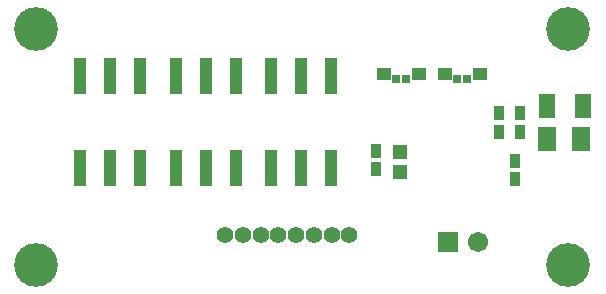
<source format=gts>
G04*
G04 #@! TF.GenerationSoftware,Altium Limited,Altium Designer,23.10.1 (27)*
G04*
G04 Layer_Color=8388736*
%FSLAX25Y25*%
%MOIN*%
G70*
G04*
G04 #@! TF.SameCoordinates,D0F96BE9-EE4C-402D-8CE8-E6F0CD5897FE*
G04*
G04*
G04 #@! TF.FilePolarity,Negative*
G04*
G01*
G75*
%ADD22R,0.04331X0.12205*%
%ADD23R,0.05524X0.08083*%
%ADD24R,0.04540X0.04343*%
%ADD25R,0.02769X0.03162*%
%ADD26R,0.04737X0.05131*%
%ADD27R,0.05918X0.08083*%
%ADD28R,0.03800X0.04800*%
%ADD29C,0.05512*%
%ADD30R,0.06706X0.06706*%
%ADD31C,0.06706*%
%ADD32C,0.14580*%
D22*
X44500Y72854D02*
D03*
X34500D02*
D03*
X24500D02*
D03*
Y42146D02*
D03*
X34500D02*
D03*
X44500D02*
D03*
X108000Y72854D02*
D03*
X98000D02*
D03*
X88000D02*
D03*
Y42146D02*
D03*
X98000D02*
D03*
X108000D02*
D03*
X76250Y72854D02*
D03*
X66250D02*
D03*
X56250D02*
D03*
Y42146D02*
D03*
X66250D02*
D03*
X76250D02*
D03*
D23*
X192202Y62900D02*
D03*
X179998D02*
D03*
D24*
X125673Y73465D02*
D03*
X137327D02*
D03*
X157577D02*
D03*
X145923D02*
D03*
D25*
X129866Y71766D02*
D03*
X133134D02*
D03*
X153384D02*
D03*
X150116D02*
D03*
D26*
X131000Y47693D02*
D03*
Y41000D02*
D03*
D27*
X191509Y52000D02*
D03*
X180091D02*
D03*
D28*
X123100Y41800D02*
D03*
Y47898D02*
D03*
X164100Y60498D02*
D03*
Y54302D02*
D03*
X171100Y60497D02*
D03*
Y54300D02*
D03*
X169300Y38402D02*
D03*
Y44598D02*
D03*
D29*
X114170Y19800D02*
D03*
X108264D02*
D03*
X102358D02*
D03*
X96452D02*
D03*
X90548D02*
D03*
X84641D02*
D03*
X78737D02*
D03*
X72830D02*
D03*
D30*
X147000Y17400D02*
D03*
D31*
X157000D02*
D03*
D32*
X187008Y88583D02*
D03*
X9843Y9843D02*
D03*
Y88583D02*
D03*
X187008Y9843D02*
D03*
M02*

</source>
